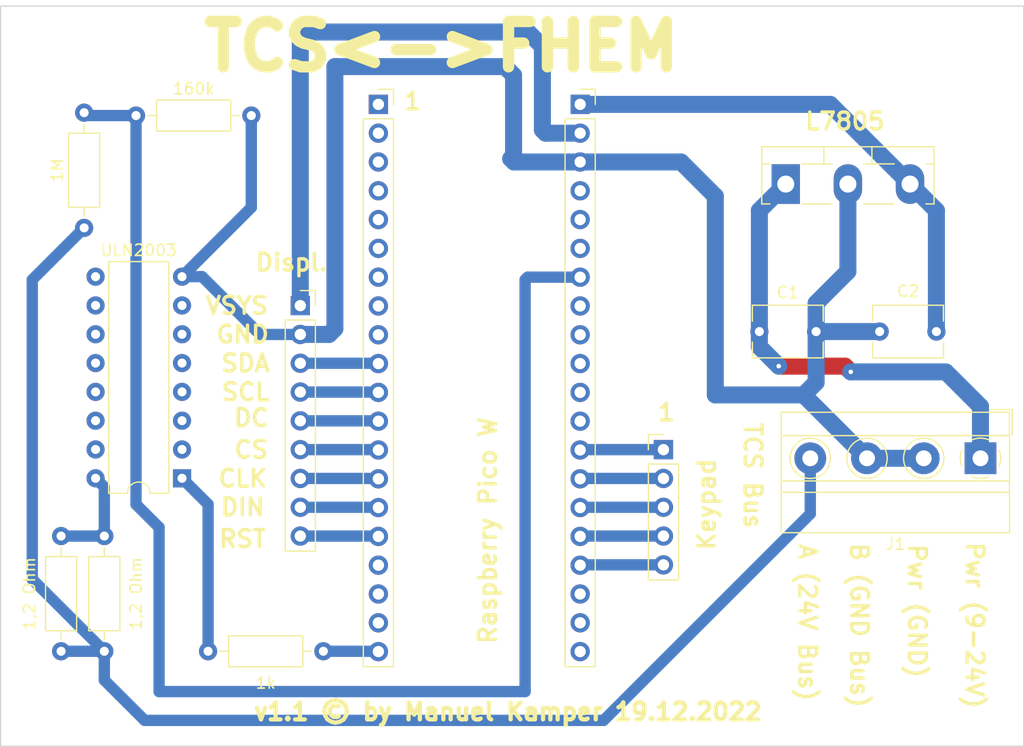
<source format=kicad_pcb>
(kicad_pcb (version 20211014) (generator pcbnew)
  (layers (0 "F.Cu" signal) (31 "B.Cu" signal) (34 "B.Paste" user) (35 "F.Paste" user) (36 "B.SilkS" user "B.Silkscreen") (37 "F.SilkS" user "F.Silkscreen") (38 "B.Mask" user) (39 "F.Mask" user) (44 "Edge.Cuts" user))
  (net 0 "")
  (net 1 "+24V")
  (net 2 "GND")
  (net 3 "Net-(C2-Pad1)")
  (net 25 "Net-(J3-Pad13)")
  (net 26 "Net-(J3-Pad14)")
  (net 27 "Net-(J3-Pad15)")
  (net 28 "Net-(J3-Pad16)")
  (net 29 "Net-(J3-Pad17)")
  (net 30 "Net-(J2-Pad10)")
  (net 31 "Net-(J2-Pad11)")
  (net 32 "Net-(J2-Pad12)")
  (net 33 "Net-(J2-Pad13)")
  (net 34 "Net-(J2-Pad14)")
  (net 35 "Net-(J2-Pad15)")
  (net 36 "Net-(J2-Pad16)")
  (net 37 "Net-(J3-Pad2)")
  (net 53 "Net-(J1-Pad4)")
  (net 54 "Net-(R1-Pad1)")
  (net 55 "Net-(R5-Pad2)")
  (net 56 "Net-(J2-Pad20)")
  (net 57 "Net-(J3-Pad7)")
  (footprint "Connector_PinHeader_2.54mm:PinHeader_1x05_P2.54mm_Vertical" (layer "F.Cu") (at 169.926 97.79)
    (fp_text reference "J4" hide)
    (fp_text value "Keypad" hide)
    (fp_line (start -1.33 11.49) (end 1.33 11.49) (layer "F.SilkS") (width 0.12))
    (fp_line (start 1.33 1.27) (end 1.33 11.49) (layer "F.SilkS") (width 0.12))
    (fp_line (start -1.33 -1.33) (end 0 -1.33) (layer "F.SilkS") (width 0.12))
    (fp_line (start -1.33 1.27) (end 1.33 1.27) (layer "F.SilkS") (width 0.12))
    (fp_line (start -1.33 0) (end -1.33 -1.33) (layer "F.SilkS") (width 0.12))
    (fp_line (start -1.33 1.27) (end -1.33 11.49) (layer "F.SilkS") (width 0.12))
    (pad "1" thru_hole rect (at 0 0) (size 1.7 1.7) (drill 1) (layers *.Cu *.Mask) (net 25 "Net-(J3-Pad13)"))
    (pad "2" thru_hole oval (at 0 2.54) (size 1.7 1.7) (drill 1) (layers *.Cu *.Mask) (net 26 "Net-(J3-Pad14)"))
    (pad "3" thru_hole oval (at 0 5.08) (size 1.7 1.7) (drill 1) (layers *.Cu *.Mask) (net 27 "Net-(J3-Pad15)"))
    (pad "4" thru_hole oval (at 0 7.62) (size 1.7 1.7) (drill 1) (layers *.Cu *.Mask) (net 28 "Net-(J3-Pad16)"))
    (pad "5" thru_hole oval (at 0 10.16) (size 1.7 1.7) (drill 1) (layers *.Cu *.Mask) (net 29 "Net-(J3-Pad17)"))
  )
  (footprint "Capacitor_THT:C_Disc_D6.0mm_W4.4mm_P5.00mm" (layer "F.Cu") (at 178.381631 87.376)
    (fp_text reference "C1" (at 2.5 -3.45) (layer "F.SilkS"))
    (fp_text value "0,22µF" hide)
    (fp_line (start -0.62 2.321) (end 5.62 2.321) (layer "F.SilkS") (width 0.12))
    (fp_line (start 5.62 -2.321) (end 5.62 -0.925) (layer "F.SilkS") (width 0.12))
    (fp_line (start 5.62 0.925) (end 5.62 2.321) (layer "F.SilkS") (width 0.12))
    (fp_line (start -0.62 -2.321) (end -0.62 -0.925) (layer "F.SilkS") (width 0.12))
    (fp_line (start -0.62 -2.321) (end 5.62 -2.321) (layer "F.SilkS") (width 0.12))
    (fp_line (start -0.62 0.925) (end -0.62 2.321) (layer "F.SilkS") (width 0.12))
    (pad "1" thru_hole circle (at 0 0) (size 1.6 1.6) (drill 0.8) (layers *.Cu *.Mask) (net 1 "+24V"))
    (pad "2" thru_hole circle (at 5 0) (size 1.6 1.6) (drill 0.8) (layers *.Cu *.Mask) (net 2 "GND"))
  )
  (footprint "Resistor_THT:R_Axial_DIN0207_L6.3mm_D2.5mm_P10.16mm_Horizontal" (layer "F.Cu") (at 133.604 68.326 180)
    (fp_text reference "R4" hide)
    (fp_text value "160k" (at 5.08 2.37) (layer "F.SilkS"))
    (fp_line (start 1.81 1.37) (end 8.35 1.37) (layer "F.SilkS") (width 0.12))
    (fp_line (start 8.35 -1.37) (end 1.81 -1.37) (layer "F.SilkS") (width 0.12))
    (fp_line (start 8.35 1.37) (end 8.35 -1.37) (layer "F.SilkS") (width 0.12))
    (fp_line (start 1.04 0) (end 1.81 0) (layer "F.SilkS") (width 0.12))
    (fp_line (start 9.12 0) (end 8.35 0) (layer "F.SilkS") (width 0.12))
    (fp_line (start 1.81 -1.37) (end 1.81 1.37) (layer "F.SilkS") (width 0.12))
    (pad "1" thru_hole circle (at 0 0 180) (size 1.6 1.6) (drill 0.8) (layers *.Cu *.Mask) (net 2 "GND"))
    (pad "2" thru_hole oval (at 10.16 0 180) (size 1.6 1.6) (drill 0.8) (layers *.Cu *.Mask) (net 57 "Net-(J3-Pad7)"))
  )
  (footprint "TerminalBlock_MetzConnect:TerminalBlock_MetzConnect_Type011_RT05504HBWC_1x04_P5.00mm_Horizontal" (layer "F.Cu") (at 197.866 98.552 180)
    (fp_text reference "J1" (at 7.5 -7.56) (layer "F.SilkS"))
    (fp_text value "TCS/Power")
    (fp_line (start 8.7 1.083) (end 8.65 1.133) (layer "F.SilkS") (width 0.12))
    (fp_line (start 3.7 1.083) (end 3.65 1.133) (layer "F.SilkS") (width 0.12))
    (fp_line (start 11.133 -1.35) (end 11.108 -1.326) (layer "F.SilkS") (width 0.12))
    (fp_line (start -2.56 2) (end 17.561 2) (layer "F.SilkS") (width 0.12))
    (fp_line (start 6.133 -1.35) (end 6.108 -1.326) (layer "F.SilkS") (width 0.12))
    (fp_line (start -2.56 -6.56) (end -2.56 4.06) (layer "F.SilkS") (width 0.12))
    (fp_line (start 16.133 -1.35) (end 16.108 -1.326) (layer "F.SilkS") (width 0.12))
    (fp_line (start 8.892 1.325) (end 8.868 1.35) (layer "F.SilkS") (width 0.12))
    (fp_line (start 11.35 -1.133) (end 11.301 -1.083) (layer "F.SilkS") (width 0.12))
    (fp_line (start 17.561 -6.56) (end 17.561 4.06) (layer "F.SilkS") (width 0.12))
    (fp_line (start -2.56 -6.56) (end 17.561 -6.56) (layer "F.SilkS") (width 0.12))
    (fp_line (start -2.56 4.06) (end 17.561 4.06) (layer "F.SilkS") (width 0.12))
    (fp_line (start 13.892 1.325) (end 13.868 1.35) (layer "F.SilkS") (width 0.12))
    (fp_line (start 16.35 -1.133) (end 16.301 -1.083) (layer "F.SilkS") (width 0.12))
    (fp_line (start -2.56 -2) (end 17.561 -2) (layer "F.SilkS") (width 0.12))
    (fp_line (start -2.56 -3) (end 17.561 -3) (layer "F.SilkS") (width 0.12))
    (fp_line (start -2.8 4.3) (end -0.8 4.3) (layer "F.SilkS") (width 0.12))
    (fp_line (start 6.35 -1.133) (end 6.301 -1.083) (layer "F.SilkS") (width 0.12))
    (fp_line (start 3.892 1.325) (end 3.868 1.35) (layer "F.SilkS") (width 0.12))
    (fp_line (start -2.8 2.06) (end -2.8 4.3) (layer "F.SilkS") (width 0.12))
    (fp_line (start 13.7 1.083) (end 13.65 1.133) (layer "F.SilkS") (width 0.12))
    (fp_arc (start -1.639206 0.695516) (mid -1.780657 -0.000263) (end -1.639 -0.696) (layer "F.SilkS") (width 0.12))
    (fp_arc (start 0.695501 1.638499) (mid 0.354875 1.744266) (end 0 1.78) (layer "F.SilkS") (width 0.12))
    (fp_arc (start 0.030814 1.78039) (mid -0.340023 1.747891) (end -0.696 1.639) (layer "F.SilkS") (width 0.12))
    (fp_arc (start 1.639206 -0.695516) (mid 1.780657 0.000263) (end 1.639 0.696) (layer "F.SilkS") (width 0.12))
    (fp_arc (start -0.695516 -1.639206) (mid 0.000263 -1.780657) (end 0.696 -1.639) (layer "F.SilkS") (width 0.12))
    (fp_circle (center 10 0) (end 11.78 0) (layer "F.SilkS") (width 0.12) (fill none))
    (fp_circle (center 15 0) (end 16.78 0) (layer "F.SilkS") (width 0.12) (fill none))
    (fp_circle (center 5 0) (end 6.78 0) (layer "F.SilkS") (width 0.12) (fill none))
    (pad "1" thru_hole rect (at 0 0 180) (size 2.8 2.8) (drill 1.4) (layers *.Cu *.Mask) (net 1 "+24V"))
    (pad "2" thru_hole circle (at 5 0 180) (size 2.8 2.8) (drill 1.4) (layers *.Cu *.Mask) (net 2 "GND"))
    (pad "3" thru_hole circle (at 10 0 180) (size 2.8 2.8) (drill 1.4) (layers *.Cu *.Mask) (net 2 "GND"))
    (pad "4" thru_hole circle (at 15 0 180) (size 2.8 2.8) (drill 1.4) (layers *.Cu *.Mask) (net 53 "Net-(J1-Pad4)"))
  )
  (footprint "Connector_PinSocket_2.54mm:PinSocket_1x20_P2.54mm_Vertical" (layer "F.Cu") (at 162.585 67.34)
    (fp_text reference "J3" hide)
    (fp_text value "Conn_01x20_Male" hide)
    (fp_line (start -1.33 49.59) (end 1.33 49.59) (layer "F.SilkS") (width 0.12))
    (fp_line (start 0 -1.33) (end 1.33 -1.33) (layer "F.SilkS") (width 0.12))
    (fp_line (start -1.33 1.27) (end 1.33 1.27) (layer "F.SilkS") (width 0.12))
    (fp_line (start 1.33 -1.33) (end 1.33 0) (layer "F.SilkS") (width 0.12))
    (fp_line (start -1.33 1.27) (end -1.33 49.59) (layer "F.SilkS") (width 0.12))
    (fp_line (start 1.33 1.27) (end 1.33 49.59) (layer "F.SilkS") (width 0.12))
    (pad "1" thru_hole rect (at 0 0) (size 1.7 1.7) (drill 1) (layers *.Cu *.Mask) (net 3 "Net-(C2-Pad1)"))
    (pad "2" thru_hole oval (at 0 2.54) (size 1.7 1.7) (drill 1) (layers *.Cu *.Mask) (net 37 "Net-(J3-Pad2)"))
    (pad "3" thru_hole oval (at 0 5.08) (size 1.7 1.7) (drill 1) (layers *.Cu *.Mask) (net 2 "GND"))
    (pad "4" thru_hole oval (at 0 7.62) (size 1.7 1.7) (drill 1) (layers *.Cu *.Mask))
    (pad "5" thru_hole oval (at 0 10.16) (size 1.7 1.7) (drill 1) (layers *.Cu *.Mask))
    (pad "6" thru_hole oval (at 0 12.7) (size 1.7 1.7) (drill 1) (layers *.Cu *.Mask))
    (pad "7" thru_hole oval (at 0 15.24) (size 1.7 1.7) (drill 1) (layers *.Cu *.Mask) (net 57 "Net-(J3-Pad7)"))
    (pad "8" thru_hole oval (at 0 17.78) (size 1.7 1.7) (drill 1) (layers *.Cu *.Mask))
    (pad "9" thru_hole oval (at 0 20.32) (size 1.7 1.7) (drill 1) (layers *.Cu *.Mask))
    (pad "10" thru_hole oval (at 0 22.86) (size 1.7 1.7) (drill 1) (layers *.Cu *.Mask))
    (pad "11" thru_hole oval (at 0 25.4) (size 1.7 1.7) (drill 1) (layers *.Cu *.Mask))
    (pad "12" thru_hole oval (at 0 27.94) (size 1.7 1.7) (drill 1) (layers *.Cu *.Mask))
    (pad "13" thru_hole oval (at 0 30.48) (size 1.7 1.7) (drill 1) (layers *.Cu *.Mask) (net 25 "Net-(J3-Pad13)"))
    (pad "14" thru_hole oval (at 0 33.02) (size 1.7 1.7) (drill 1) (layers *.Cu *.Mask) (net 26 "Net-(J3-Pad14)"))
    (pad "15" thru_hole oval (at 0 35.56) (size 1.7 1.7) (drill 1) (layers *.Cu *.Mask) (net 27 "Net-(J3-Pad15)"))
    (pad "16" thru_hole oval (at 0 38.1) (size 1.7 1.7) (drill 1) (layers *.Cu *.Mask) (net 28 "Net-(J3-Pad16)"))
    (pad "17" thru_hole oval (at 0 40.64) (size 1.7 1.7) (drill 1) (layers *.Cu *.Mask) (net 29 "Net-(J3-Pad17)"))
    (pad "18" thru_hole oval (at 0 43.18) (size 1.7 1.7) (drill 1) (layers *.Cu *.Mask))
    (pad "19" thru_hole oval (at 0 45.72) (size 1.7 1.7) (drill 1) (layers *.Cu *.Mask))
    (pad "20" thru_hole oval (at 0 48.26) (size 1.7 1.7) (drill 1) (layers *.Cu *.Mask))
  )
  (footprint "Package_TO_SOT_THT:TO-218-3_Vertical" (layer "F.Cu") (at 180.707 74.37)
    (fp_text reference "U1" hide)
    (fp_text value "L7805" hide)
    (fp_line (start 13.065 -3.29) (end 13.065 1.75) (layer "F.SilkS") (width 0.12))
    (fp_line (start 7.59 -3.29) (end 7.59 -1.78) (layer "F.SilkS") (width 0.12))
    (fp_line (start 1.4 1.75) (end 4.075 1.75) (layer "F.SilkS") (width 0.12))
    (fp_line (start 3.36 -3.29) (end 3.36 -1.78) (layer "F.SilkS") (width 0.12))
    (fp_line (start 12.35 1.75) (end 13.065 1.75) (layer "F.SilkS") (width 0.12))
    (fp_line (start -2.115 -1.78) (end -1.4 -1.78) (layer "F.SilkS") (width 0.12))
    (fp_line (start 6.875 1.75) (end 9.55 1.75) (layer "F.SilkS") (width 0.12))
    (fp_line (start 1.4 -1.78) (end 4.075 -1.78) (layer "F.SilkS") (width 0.12))
    (fp_line (start 6.875 -1.78) (end 9.55 -1.78) (layer "F.SilkS") (width 0.12))
    (fp_line (start -2.115 -3.29) (end 13.065 -3.29) (layer "F.SilkS") (width 0.12))
    (fp_line (start -2.115 -3.29) (end -2.115 1.75) (layer "F.SilkS") (width 0.12))
    (fp_line (start 12.35 -1.78) (end 13.065 -1.78) (layer "F.SilkS") (width 0.12))
    (fp_line (start -2.115 1.75) (end -1.4 1.75) (layer "F.SilkS") (width 0.12))
    (pad "1" thru_hole rect (at 0 0) (size 2.5 3.5) (drill 1.5) (layers *.Cu *.Mask) (net 1 "+24V"))
    (pad "2" thru_hole oval (at 5.475 0) (size 2.5 3.5) (drill 1.5) (layers *.Cu *.Mask) (net 2 "GND"))
    (pad "3" thru_hole oval (at 10.95 0) (size 2.5 3.5) (drill 1.5) (layers *.Cu *.Mask) (net 3 "Net-(C2-Pad1)"))
  )
  (footprint "Capacitor_THT:C_Disc_D6.0mm_W4.4mm_P5.00mm" (layer "F.Cu") (at 193.982369 87.376 180)
    (fp_text reference "C2" (at 2.5 3.556 180) (layer "F.SilkS"))
    (fp_text value "0,1µF" hide)
    (fp_line (start 5.62 0.925) (end 5.62 2.321) (layer "F.SilkS") (width 0.12))
    (fp_line (start -0.62 0.925) (end -0.62 2.321) (layer "F.SilkS") (width 0.12))
    (fp_line (start -0.62 -2.321) (end -0.62 -0.925) (layer "F.SilkS") (width 0.12))
    (fp_line (start -0.62 -2.321) (end 5.62 -2.321) (layer "F.SilkS") (width 0.12))
    (fp_line (start 5.62 -2.321) (end 5.62 -0.925) (layer "F.SilkS") (width 0.12))
    (fp_line (start -0.62 2.321) (end 5.62 2.321) (layer "F.SilkS") (width 0.12))
    (pad "1" thru_hole circle (at 0 0 180) (size 1.6 1.6) (drill 0.8) (layers *.Cu *.Mask) (net 3 "Net-(C2-Pad1)"))
    (pad "2" thru_hole circle (at 5 0 180) (size 1.6 1.6) (drill 0.8) (layers *.Cu *.Mask) (net 2 "GND"))
  )
  (footprint "Connector_PinSocket_2.54mm:PinSocket_1x20_P2.54mm_Vertical" (layer "F.Cu") (at 144.805 67.34)
    (fp_text reference "J2" hide)
    (fp_text value "Conn_01x20_Male" hide)
    (fp_line (start 0 -1.33) (end 1.33 -1.33) (layer "F.SilkS") (width 0.12))
    (fp_line (start -1.33 1.27) (end -1.33 49.59) (layer "F.SilkS") (width 0.12))
    (fp_line (start 1.33 -1.33) (end 1.33 0) (layer "F.SilkS") (width 0.12))
    (fp_line (start 1.33 1.27) (end 1.33 49.59) (layer "F.SilkS") (width 0.12))
    (fp_line (start -1.33 49.59) (end 1.33 49.59) (layer "F.SilkS") (width 0.12))
    (fp_line (start -1.33 1.27) (end 1.33 1.27) (layer "F.SilkS") (width 0.12))
    (pad "1" thru_hole rect (at 0 0) (size 1.7 1.7) (drill 1) (layers *.Cu *.Mask))
    (pad "2" thru_hole oval (at 0 2.54) (size 1.7 1.7) (drill 1) (layers *.Cu *.Mask))
    (pad "3" thru_hole oval (at 0 5.08) (size 1.7 1.7) (drill 1) (layers *.Cu *.Mask))
    (pad "4" thru_hole oval (at 0 7.62) (size 1.7 1.7) (drill 1) (layers *.Cu *.Mask))
    (pad "5" thru_hole oval (at 0 10.16) (size 1.7 1.7) (drill 1) (layers *.Cu *.Mask))
    (pad "6" thru_hole oval (at 0 12.7) (size 1.7 1.7) (drill 1) (layers *.Cu *.Mask))
    (pad "7" thru_hole oval (at 0 15.24) (size 1.7 1.7) (drill 1) (layers *.Cu *.Mask))
    (pad "8" thru_hole oval (at 0 17.78) (size 1.7 1.7) (drill 1) (layers *.Cu *.Mask))
    (pad "9" thru_hole oval (at 0 20.32) (size 1.7 1.7) (drill 1) (layers *.Cu *.Mask))
    (pad "10" thru_hole oval (at 0 22.86) (size 1.7 1.7) (drill 1) (layers *.Cu *.Mask) (net 30 "Net-(J2-Pad10)"))
    (pad "11" thru_hole oval (at 0 25.4) (size 1.7 1.7) (drill 1) (layers *.Cu *.Mask) (net 31 "Net-(J2-Pad11)"))
    (pad "12" thru_hole oval (at 0 27.94) (size 1.7 1.7) (drill 1) (layers *.Cu *.Mask) (net 32 "Net-(J2-Pad12)"))
    (pad "13" thru_hole oval (at 0 30.48) (size 1.7 1.7) (drill 1) (layers *.Cu *.Mask) (net 33 "Net-(J2-Pad13)"))
    (pad "14" thru_hole oval (at 0 33.02) (size 1.7 1.7) (drill 1) (layers *.Cu *.Mask) (net 34 "Net-(J2-Pad14)"))
    (pad "15" thru_hole oval (at 0 35.56) (size 1.7 1.7) (drill 1) (layers *.Cu *.Mask) (net 35 "Net-(J2-Pad15)"))
    (pad "16" thru_hole oval (at 0 38.1) (size 1.7 1.7) (drill 1) (layers *.Cu *.Mask) (net 36 "Net-(J2-Pad16)"))
    (pad "17" thru_hole oval (at 0 40.64) (size 1.7 1.7) (drill 1) (layers *.Cu *.Mask))
    (pad "18" thru_hole oval (at 0 43.18) (size 1.7 1.7) (drill 1) (layers *.Cu *.Mask))
    (pad "19" thru_hole oval (at 0 45.72) (size 1.7 1.7) (drill 1) (layers *.Cu *.Mask))
    (pad "20" thru_hole oval (at 0 48.26) (size 1.7 1.7) (drill 1) (layers *.Cu *.Mask) (net 56 "Net-(J2-Pad20)"))
  )
  (footprint "Package_DIP:DIP-16_W7.62mm" (layer "F.Cu") (at 127.498 100.315 180)
    (fp_text reference "U2" hide)
    (fp_text value "ULN2003" (at 3.81 20.11) (layer "F.SilkS"))
    (fp_line (start 6.46 -1.33) (end 4.81 -1.33) (layer "F.SilkS") (width 0.12))
    (fp_line (start 1.16 19.11) (end 6.46 19.11) (layer "F.SilkS") (width 0.12))
    (fp_line (start 6.46 19.11) (end 6.46 -1.33) (layer "F.SilkS") (width 0.12))
    (fp_line (start 2.81 -1.33) (end 1.16 -1.33) (layer "F.SilkS") (width 0.12))
    (fp_line (start 1.16 -1.33) (end 1.16 19.11) (layer "F.SilkS") (width 0.12))
    (fp_arc (start 4.81 -1.33) (mid 3.81 -0.33) (end 2.81 -1.33) (layer "F.SilkS") (width 0.12))
    (pad "1" thru_hole rect (at 0 0 180) (size 1.6 1.6) (drill 0.8) (layers *.Cu *.Mask) (net 55 "Net-(R5-Pad2)"))
    (pad "2" thru_hole oval (at 0 2.54 180) (size 1.6 1.6) (drill 0.8) (layers *.Cu *.Mask))
    (pad "3" thru_hole oval (at 0 5.08 180) (size 1.6 1.6) (drill 0.8) (layers *.Cu *.Mask))
    (pad "4" thru_hole oval (at 0 7.62 180) (size 1.6 1.6) (drill 0.8) (layers *.Cu *.Mask))
    (pad "5" thru_hole oval (at 0 10.16 180) (size 1.6 1.6) (drill 0.8) (layers *.Cu *.Mask))
    (pad "6" thru_hole oval (at 0 12.7 180) (size 1.6 1.6) (drill 0.8) (layers *.Cu *.Mask))
    (pad "7" thru_hole oval (at 0 15.24 180) (size 1.6 1.6) (drill 0.8) (layers *.Cu *.Mask))
    (pad "8" thru_hole oval (at 0 17.78 180) (size 1.6 1.6) (drill 0.8) (layers *.Cu *.Mask) (net 2 "GND"))
    (pad "9" thru_hole oval (at 7.62 17.78 180) (size 1.6 1.6) (drill 0.8) (layers *.Cu *.Mask))
    (pad "10" thru_hole oval (at 7.62 15.24 180) (size 1.6 1.6) (drill 0.8) (layers *.Cu *.Mask))
    (pad "11" thru_hole oval (at 7.62 12.7 180) (size 1.6 1.6) (drill 0.8) (layers *.Cu *.Mask))
    (pad "12" thru_hole oval (at 7.62 10.16 180) (size 1.6 1.6) (drill 0.8) (layers *.Cu *.Mask))
    (pad "13" thru_hole oval (at 7.62 7.62 180) (size 1.6 1.6) (drill 0.8) (layers *.Cu *.Mask))
    (pad "14" thru_hole oval (at 7.62 5.08 180) (size 1.6 1.6) (drill 0.8) (layers *.Cu *.Mask))
    (pad "15" thru_hole oval (at 7.62 2.54 180) (size 1.6 1.6) (drill 0.8) (layers *.Cu *.Mask))
    (pad "16" thru_hole oval (at 7.62 0 180) (size 1.6 1.6) (drill 0.8) (layers *.Cu *.Mask) (net 54 "Net-(R1-Pad1)"))
  )
  (footprint "Resistor_THT:R_Axial_DIN0207_L6.3mm_D2.5mm_P10.16mm_Horizontal" (layer "F.Cu") (at 120.65 105.41 -90)
    (fp_text reference "R1" hide)
    (fp_text value "1,2 Ohm" (at 5.08 -2.794 -270) (layer "F.SilkS"))
    (fp_line (start 1.81 -1.37) (end 1.81 1.37) (layer "F.SilkS") (width 0.12))
    (fp_line (start 1.81 1.37) (end 8.35 1.37) (layer "F.SilkS") (width 0.12))
    (fp_line (start 1.04 0) (end 1.81 0) (layer "F.SilkS") (width 0.12))
    (fp_line (start 9.12 0) (end 8.35 0) (layer "F.SilkS") (width 0.12))
    (fp_line (start 8.35 -1.37) (end 1.81 -1.37) (layer "F.SilkS") (width 0.12))
    (fp_line (start 8.35 1.37) (end 8.35 -1.37) (layer "F.SilkS") (width 0.12))
    (pad "1" thru_hole circle (at 0 0 270) (size 1.6 1.6) (drill 0.8) (layers *.Cu *.Mask) (net 54 "Net-(R1-Pad1)"))
    (pad "2" thru_hole oval (at 10.16 0 270) (size 1.6 1.6) (drill 0.8) (layers *.Cu *.Mask) (net 53 "Net-(J1-Pad4)"))
  )
  (footprint "Connector_PinSocket_2.54mm:PinSocket_1x09_P2.54mm_Vertical" (layer "F.Cu") (at 137.922 85.09)
    (fp_text reference "J5" hide)
    (fp_text value "Display" hide)
    (fp_line (start 0 -1.33) (end 1.33 -1.33) (layer "F.SilkS") (width 0.12))
    (fp_line (start 1.33 -1.33) (end 1.33 0) (layer "F.SilkS") (width 0.12))
    (fp_line (start -1.33 1.27) (end 1.33 1.27) (layer "F.SilkS") (width 0.12))
    (fp_line (start -1.33 21.65) (end 1.33 21.65) (layer "F.SilkS") (width 0.12))
    (fp_line (start -1.33 1.27) (end -1.33 21.65) (layer "F.SilkS") (width 0.12))
    (fp_line (start 1.33 1.27) (end 1.33 21.65) (layer "F.SilkS") (width 0.12))
    (pad "1" thru_hole rect (at 0 0) (size 1.7 1.7) (drill 1) (layers *.Cu *.Mask) (net 37 "Net-(J3-Pad2)"))
    (pad "2" thru_hole oval (at 0 2.54) (size 1.7 1.7) (drill 1) (layers *.Cu *.Mask) (net 2 "GND"))
    (pad "3" thru_hole oval (at 0 5.08) (size 1.7 1.7) (drill 1) (layers *.Cu *.Mask) (net 30 "Net-(J2-Pad10)"))
    (pad "4" thru_hole oval (at 0 7.62) (size 1.7 1.7) (drill 1) (layers *.Cu *.Mask) (net 31 "Net-(J2-Pad11)"))
    (pad "5" thru_hole oval (at 0 10.16) (size 1.7 1.7) (drill 1) (layers *.Cu *.Mask) (net 32 "Net-(J2-Pad12)"))
    (pad "6" thru_hole oval (at 0 12.7) (size 1.7 1.7) (drill 1) (layers *.Cu *.Mask) (net 33 "Net-(J2-Pad13)"))
    (pad "7" thru_hole oval (at 0 15.24) (size 1.7 1.7) (drill 1) (layers *.Cu *.Mask) (net 34 "Net-(J2-Pad14)"))
    (pad "8" thru_hole oval (at 0 17.78) (size 1.7 1.7) (drill 1) (layers *.Cu *.Mask) (net 35 "Net-(J2-Pad15)"))
    (pad "9" thru_hole oval (at 0 20.32) (size 1.7 1.7) (drill 1) (layers *.Cu *.Mask) (net 36 "Net-(J2-Pad16)"))
  )
  (footprint "Resistor_THT:R_Axial_DIN0207_L6.3mm_D2.5mm_P10.16mm_Horizontal" (layer "F.Cu") (at 118.872 68.072 -90)
    (fp_text reference "R3" hide)
    (fp_text value "1M" (at 5.08 2.37 90) (layer "F.SilkS"))
    (fp_line (start 8.35 -1.37) (end 1.81 -1.37) (layer "F.SilkS") (width 0.12))
    (fp_line (start 9.12 0) (end 8.35 0) (layer "F.SilkS") (width 0.12))
    (fp_line (start 1.81 -1.37) (end 1.81 1.37) (layer "F.SilkS") (width 0.12))
    (fp_line (start 8.35 1.37) (end 8.35 -1.37) (layer "F.SilkS") (width 0.12))
    (fp_line (start 1.04 0) (end 1.81 0) (layer "F.SilkS") (width 0.12))
    (fp_line (start 1.81 1.37) (end 8.35 1.37) (layer "F.SilkS") (width 0.12))
    (pad "1" thru_hole circle (at 0 0 270) (size 1.6 1.6) (drill 0.8) (layers *.Cu *.Mask) (net 57 "Net-(J3-Pad7)"))
    (pad "2" thru_hole oval (at 10.16 0 270) (size 1.6 1.6) (drill 0.8) (layers *.Cu *.Mask) (net 53 "Net-(J1-Pad4)"))
  )
  (footprint "Resistor_THT:R_Axial_DIN0207_L6.3mm_D2.5mm_P10.16mm_Horizontal" (layer "F.Cu") (at 139.954 115.57 180)
    (fp_text reference "R5" hide)
    (fp_text value "1k" (at 5.08 -2.794) (layer "F.SilkS"))
    (fp_line (start 9.12 0) (end 8.35 0) (layer "F.SilkS") (width 0.12))
    (fp_line (start 1.04 0) (end 1.81 0) (layer "F.SilkS") (width 0.12))
    (fp_line (start 8.35 -1.37) (end 1.81 -1.37) (layer "F.SilkS") (width 0.12))
    (fp_line (start 8.35 1.37) (end 8.35 -1.37) (layer "F.SilkS") (width 0.12))
    (fp_line (start 1.81 -1.37) (end 1.81 1.37) (layer "F.SilkS") (width 0.12))
    (fp_line (start 1.81 1.37) (end 8.35 1.37) (layer "F.SilkS") (width 0.12))
    (pad "1" thru_hole circle (at 0 0 180) (size 1.6 1.6) (drill 0.8) (layers *.Cu *.Mask) (net 56 "Net-(J2-Pad20)"))
    (pad "2" thru_hole oval (at 10.16 0 180) (size 1.6 1.6) (drill 0.8) (layers *.Cu *.Mask) (net 55 "Net-(R5-Pad2)"))
  )
  (footprint "Resistor_THT:R_Axial_DIN0207_L6.3mm_D2.5mm_P10.16mm_Horizontal" (layer "F.Cu") (at 116.84 105.41 -90)
    (fp_text reference "R2" hide)
    (fp_text value "1,2 Ohm" (at 5.08 2.794 -270) (layer "F.SilkS"))
    (fp_line (start 8.35 1.37) (end 8.35 -1.37) (layer "F.SilkS") (width 0.12))
    (fp_line (start 1.04 0) (end 1.81 0) (layer "F.SilkS") (width 0.12))
    (fp_line (start 8.35 -1.37) (end 1.81 -1.37) (layer "F.SilkS") (width 0.12))
    (fp_line (start 1.81 -1.37) (end 1.81 1.37) (layer "F.SilkS") (width 0.12))
    (fp_line (start 1.81 1.37) (end 8.35 1.37) (layer "F.SilkS") (width 0.12))
    (fp_line (start 9.12 0) (end 8.35 0) (layer "F.SilkS") (width 0.12))
    (pad "1" thru_hole circle (at 0 0 270) (size 1.6 1.6) (drill 0.8) (layers *.Cu *.Mask) (net 54 "Net-(R1-Pad1)"))
    (pad "2" thru_hole oval (at 10.16 0 270) (size 1.6 1.6) (drill 0.8) (layers *.Cu *.Mask) (net 53 "Net-(J1-Pad4)"))
  )
  (gr_rect (start 111.506 58.674) (end 201.676 123.952) (layer "Edge.Cuts") (width 0.1) (fill none))
  (gr_text "L7805" (at 185.928 68.834) (layer "F.SilkS") (effects (font (size 1.5 1.5) (thickness 0.3))))
  (gr_text "A (24V Bus)" (at 182.626 113.03 -90) (layer "F.SilkS") (effects (font (size 1.5 1.5) (thickness 0.3))))
  (gr_text "VSYS" (at 132.334 85.09) (layer "F.SilkS") (effects (font (size 1.5 1.5) (thickness 0.3))))
  (gr_text "1" (at 147.828 67.056) (layer "F.SilkS") (effects (font (size 1.5 1.5) (thickness 0.3))))
  (gr_text "Pwr (9-24V)" (at 197.358 113.284 -90) (layer "F.SilkS") (effects (font (size 1.5 1.5) (thickness 0.3))))
  (gr_text "DIN" (at 132.842 102.87) (layer "F.SilkS") (effects (font (size 1.5 1.5) (thickness 0.3))))
  (gr_text "CS" (at 133.604 97.79) (layer "F.SilkS") (effects (font (size 1.5 1.5) (thickness 0.3))))
  (gr_text "CLK" (at 132.842 100.33) (layer "F.SilkS") (effects (font (size 1.5 1.5) (thickness 0.3))))
  (gr_text "Keypad" (at 173.736 102.616 90) (layer "F.SilkS") (effects (font (size 1.5 1.5) (thickness 0.3))))
  (gr_text "v1.1 © by Manuel Kamper 19.12.2022" (at 156.21 120.904) (layer "F.SilkS") (effects (font (size 1.5 1.5) (thickness 0.375))))
  (gr_text "GND" (at 132.842 87.63) (layer "F.SilkS") (effects (font (size 1.5 1.5) (thickness 0.3))))
  (gr_text "Raspberry Pico W" (at 154.432 104.902 90) (layer "F.SilkS") (effects (font (size 1.5 1.5) (thickness 0.3))))
  (gr_text "SDA" (at 133.096 90.17) (layer "F.SilkS") (effects (font (size 1.5 1.5) (thickness 0.3))))
  (gr_text "RST" (at 132.842 105.664) (layer "F.SilkS") (effects (font (size 1.5 1.5) (thickness 0.3))))
  (gr_text "TCS Bus" (at 177.8 100.076 -90) (layer "F.SilkS") (effects (font (size 1.5 1.5) (thickness 0.3))))
  (gr_text "Pwr (GND)" (at 192.278 112.014 -90) (layer "F.SilkS") (effects (font (size 1.5 1.5) (thickness 0.3))))
  (gr_text "1" (at 170.18 94.488) (layer "F.SilkS") (effects (font (size 1.5 1.5) (thickness 0.3))))
  (gr_text "B (GND Bus)" (at 187.198 113.284 -90) (layer "F.SilkS") (effects (font (size 1.5 1.5) (thickness 0.3))))
  (gr_text "DC" (at 133.604 94.996) (layer "F.SilkS") (effects (font (size 1.5 1.5) (thickness 0.3))))
  (gr_text "TCS<->FHEM" (at 150.368 62.23) (layer "F.SilkS") (effects (font (size 4 4) (thickness 1))))
  (gr_text "Displ." (at 137.16 81.28) (layer "F.SilkS") (effects (font (size 1.5 1.5) (thickness 0.3))))
  (gr_text "SCL" (at 133.096 92.71) (layer "F.SilkS") (effects (font (size 1.5 1.5) (thickness 0.3))))
  (segment (start 185.928 90.424) (end 186.436 90.932) (width 1.5) (layer "F.Cu") (net 1))
  (segment (start 180.086 90.424) (end 185.928 90.424) (width 1.5) (layer "F.Cu") (net 1))
  (via (at 180.086 90.424) (size 0.8) (drill 0.4) (layers "F.Cu" "B.Cu") (net 1))
  (via (at 186.436 90.932) (size 0.8) (drill 0.4) (layers "F.Cu" "B.Cu") (net 1))
  (segment (start 194.818 90.932) (end 186.436 90.932) (width 1.5) (layer "B.Cu") (net 1))
  (segment (start 178.381631 76.695369) (end 180.707 74.37) (width 1.5) (layer "B.Cu") (net 1))
  (segment (start 178.381631 88.719631) (end 180.086 90.424) (width 1.5) (layer "B.Cu") (net 1))
  (segment (start 178.381631 87.376) (end 178.381631 76.695369) (width 1.5) (layer "B.Cu") (net 1))
  (segment (start 195.072 91.186) (end 194.818 90.932) (width 0.25) (layer "B.Cu") (net 1))
  (segment (start 197.866 93.98) (end 195.072 91.186) (width 1.5) (layer "B.Cu") (net 1))
  (segment (start 197.866 98.552) (end 197.866 93.98) (width 1.5) (layer "B.Cu") (net 1))
  (segment (start 178.381631 87.376) (end 178.381631 88.719631) (width 1.5) (layer "B.Cu") (net 1))
  (segment (start 171.48 72.42) (end 174.498 75.438) (width 1.5) (layer "B.Cu") (net 2))
  (segment (start 137.922 87.63) (end 140.462 87.63) (width 1.5) (layer "B.Cu") (net 2))
  (segment (start 174.498 92.964) (end 182.278 92.964) (width 1.5) (layer "B.Cu") (net 2))
  (segment (start 137.429 88.123) (end 137.922 87.63) (width 0.25) (layer "B.Cu") (net 2))
  (segment (start 140.97 64.008) (end 155.956 64.008) (width 1.5) (layer "B.Cu") (net 2))
  (segment (start 174.498 75.438) (end 174.498 92.964) (width 1.5) (layer "B.Cu") (net 2))
  (segment (start 192.866 98.552) (end 187.866 98.552) (width 1.5) (layer "B.Cu") (net 2))
  (segment (start 140.462 87.63) (end 140.97 87.122) (width 1.5) (layer "B.Cu") (net 2))
  (segment (start 162.585 72.42) (end 171.48 72.42) (width 1.5) (layer "B.Cu") (net 2))
  (segment (start 156.718 71.882) (end 156.464 72.136) (width 1.5) (layer "B.Cu") (net 2))
  (segment (start 127.498 82.535) (end 129.271 82.535) (width 1) (layer "B.Cu") (net 2))
  (segment (start 133.604 76.429) (end 127.498 82.535) (width 1) (layer "B.Cu") (net 2))
  (segment (start 133.604 86.868) (end 134.112 87.376) (width 1) (layer "B.Cu") (net 2))
  (segment (start 140.97 87.122) (end 140.97 64.008) (width 1.5) (layer "B.Cu") (net 2))
  (segment (start 129.271 82.535) (end 134.112 87.376) (width 1) (layer "B.Cu") (net 2))
  (segment (start 183.381631 84.876) (end 186.182 82.075631) (width 1.5) (layer "B.Cu") (net 2))
  (segment (start 188.982369 87.376) (end 183.381631 87.376) (width 1.5) (layer "B.Cu") (net 2))
  (segment (start 156.718 64.77) (end 156.718 71.882) (width 1.5) (layer "B.Cu") (net 2))
  (segment (start 186.182 74.37) (end 186.182 82.075631) (width 1.5) (layer "B.Cu") (net 2))
  (segment (start 137.922 87.63) (end 134.366 87.63) (width 1) (layer "B.Cu") (net 2))
  (segment (start 156.748 72.42) (end 162.585 72.42) (width 1.5) (layer "B.Cu") (net 2))
  (segment (start 134.366 87.63) (end 134.112 87.376) (width 0.25) (layer "B.Cu") (net 2))
  (segment (start 133.604 68.326) (end 133.604 76.429) (width 1) (layer "B.Cu") (net 2))
  (segment (start 183.381631 91.860369) (end 182.278 92.964) (width 1.5) (layer "B.Cu") (net 2))
  (segment (start 183.381631 87.376) (end 183.381631 91.860369) (width 1.5) (layer "B.Cu") (net 2))
  (segment (start 182.278 92.964) (end 187.866 98.552) (width 1.5) (layer "B.Cu") (net 2))
  (segment (start 156.464 72.136) (end 156.748 72.42) (width 1.5) (layer "B.Cu") (net 2))
  (segment (start 155.956 64.008) (end 156.718 64.77) (width 1.5) (layer "B.Cu") (net 2))
  (segment (start 183.381631 87.376) (end 183.381631 84.876) (width 1.5) (layer "B.Cu") (net 2))
  (segment (start 193.982369 76.695369) (end 191.657 74.37) (width 1.5) (layer "B.Cu") (net 3))
  (segment (start 193.982369 87.376) (end 193.982369 76.695369) (width 1.5) (layer "B.Cu") (net 3))
  (segment (start 184.627 67.34) (end 162.585 67.34) (width 1.5) (layer "B.Cu") (net 3))
  (segment (start 191.657 74.37) (end 184.627 67.34) (width 1.5) (layer "B.Cu") (net 3))
  (segment (start 162.615 97.79) (end 162.585 97.82) (width 0.25) (layer "B.Cu") (net 25))
  (segment (start 169.926 97.79) (end 162.615 97.79) (width 1) (layer "B.Cu") (net 25))
  (segment (start 162.615 100.33) (end 162.585 100.36) (width 0.25) (layer "B.Cu") (net 26))
  (segment (start 169.926 100.33) (end 162.615 100.33) (width 1) (layer "B.Cu") (net 26))
  (segment (start 162.615 102.87) (end 162.585 102.9) (width 0.25) (layer "B.Cu") (net 27))
  (segment (start 169.926 102.87) (end 162.615 102.87) (width 1) (layer "B.Cu") (net 27))
  (segment (start 169.926 105.41) (end 162.615 105.41) (width 1) (layer "B.Cu") (net 28))
  (segment (start 162.615 105.41) (end 162.585 105.44) (width 0.25) (layer "B.Cu") (net 28))
  (segment (start 169.926 107.95) (end 162.615 107.95) (width 1) (layer "B.Cu") (net 29))
  (segment (start 162.615 107.95) (end 162.585 107.98) (width 0.25) (layer "B.Cu") (net 29))
  (segment (start 144.775 90.17) (end 144.805 90.2) (width 0.25) (layer "B.Cu") (net 30))
  (segment (start 137.922 90.17) (end 144.775 90.17) (width 1) (layer "B.Cu") (net 30))
  (segment (start 137.922 92.71) (end 144.775 92.71) (width 1) (layer "B.Cu") (net 31))
  (segment (start 144.775 92.71) (end 144.805 92.74) (width 0.25) (layer "B.Cu") (net 31))
  (segment (start 144.775 95.25) (end 144.805 95.28) (width 0.25) (layer "B.Cu") (net 32))
  (segment (start 137.922 95.25) (end 144.775 95.25) (width 1) (layer "B.Cu") (net 32))
  (segment (start 144.775 97.79) (end 144.805 97.82) (width 0.25) (layer "B.Cu") (net 33))
  (segment (start 137.922 97.79) (end 144.775 97.79) (width 1) (layer "B.Cu") (net 33))
  (segment (start 137.922 100.33) (end 144.775 100.33) (width 1) (layer "B.Cu") (net 34))
  (segment (start 144.775 100.33) (end 144.805 100.36) (width 0.25) (layer "B.Cu") (net 34))
  (segment (start 144.775 102.87) (end 144.805 102.9) (width 0.25) (layer "B.Cu") (net 35))
  (segment (start 137.922 102.87) (end 144.775 102.87) (width 1) (layer "B.Cu") (net 35))
  (segment (start 144.775 105.41) (end 144.805 105.44) (width 0.25) (layer "B.Cu") (net 36))
  (segment (start 137.922 105.41) (end 144.775 105.41) (width 1) (layer "B.Cu") (net 36))
  (segment (start 137.922 85.09) (end 137.922 61.468) (width 1.5) (layer "B.Cu") (net 37))
  (segment (start 159.258 62.23) (end 159.258 69.596) (width 1.5) (layer "B.Cu") (net 37))
  (segment (start 157.988 60.96) (end 159.258 62.23) (width 1.5) (layer "B.Cu") (net 37))
  (segment (start 137.922 61.468) (end 138.43 60.96) (width 0.25) (layer "B.Cu") (net 37))
  (segment (start 138.43 60.96) (end 157.988 60.96) (width 1.5) (layer "B.Cu") (net 37))
  (segment (start 159.258 69.596) (end 159.542 69.88) (width 1.5) (layer "B.Cu") (net 37))
  (segment (start 159.542 69.88) (end 162.585 69.88) (width 1.5) (layer "B.Cu") (net 37))
  (segment (start 120.65 115.57) (end 114.3 109.22) (width 1) (layer "B.Cu") (net 53))
  (segment (start 120.65 115.57) (end 120.65 118.11) (width 1) (layer "B.Cu") (net 53))
  (segment (start 114.3 82.804) (end 118.872 78.232) (width 1) (layer "B.Cu") (net 53))
  (segment (start 182.866 103.452) (end 182.866 98.552) (width 1) (layer "B.Cu") (net 53))
  (segment (start 120.65 118.11) (end 124.206 121.666) (width 1) (layer "B.Cu") (net 53))
  (segment (start 124.206 121.666) (end 164.652 121.666) (width 1) (layer "B.Cu") (net 53))
  (segment (start 116.84 115.57) (end 120.65 115.57) (width 1) (layer "B.Cu") (net 53))
  (segment (start 114.3 109.22) (end 114.3 82.804) (width 1) (layer "B.Cu") (net 53))
  (segment (start 164.652 121.666) (end 182.866 103.452) (width 1) (layer "B.Cu") (net 53))
  (segment (start 120.65 101.087) (end 119.878 100.315) (width 1) (layer "B.Cu") (net 54))
  (segment (start 120.65 105.41) (end 120.65 101.087) (width 1) (layer "B.Cu") (net 54))
  (segment (start 116.84 105.41) (end 120.65 105.41) (width 1) (layer "B.Cu") (net 54))
  (segment (start 129.794 115.57) (end 129.794 102.611) (width 1) (layer "B.Cu") (net 55))
  (segment (start 129.794 102.611) (end 127.498 100.315) (width 1) (layer "B.Cu") (net 55))
  (segment (start 144.775 115.57) (end 144.805 115.6) (width 0.25) (layer "B.Cu") (net 56))
  (segment (start 139.954 115.57) (end 144.775 115.57) (width 1) (layer "B.Cu") (net 56))
  (segment (start 157.734 82.804) (end 157.958 82.58) (width 1) (layer "B.Cu") (net 57))
  (segment (start 157.958 82.58) (end 162.585 82.58) (width 1) (layer "B.Cu") (net 57))
  (segment (start 123.444 68.326) (end 119.126 68.326) (width 1) (layer "B.Cu") (net 57))
  (segment (start 157.734 119.126) (end 157.734 82.804) (width 1) (layer "B.Cu") (net 57))
  (segment (start 123.444 102.616) (end 125.476 104.648) (width 1) (layer "B.Cu") (net 57))
  (segment (start 119.126 68.326) (end 118.872 68.072) (width 0.25) (layer "B.Cu") (net 57))
  (segment (start 125.476 104.648) (end 125.476 119.126) (width 1) (layer "B.Cu") (net 57))
  (segment (start 123.444 68.326) (end 123.444 102.616) (width 1) (layer "B.Cu") (net 57))
  (segment (start 125.476 119.126) (end 157.734 119.126) (width 1) (layer "B.Cu") (net 57))
)
</source>
